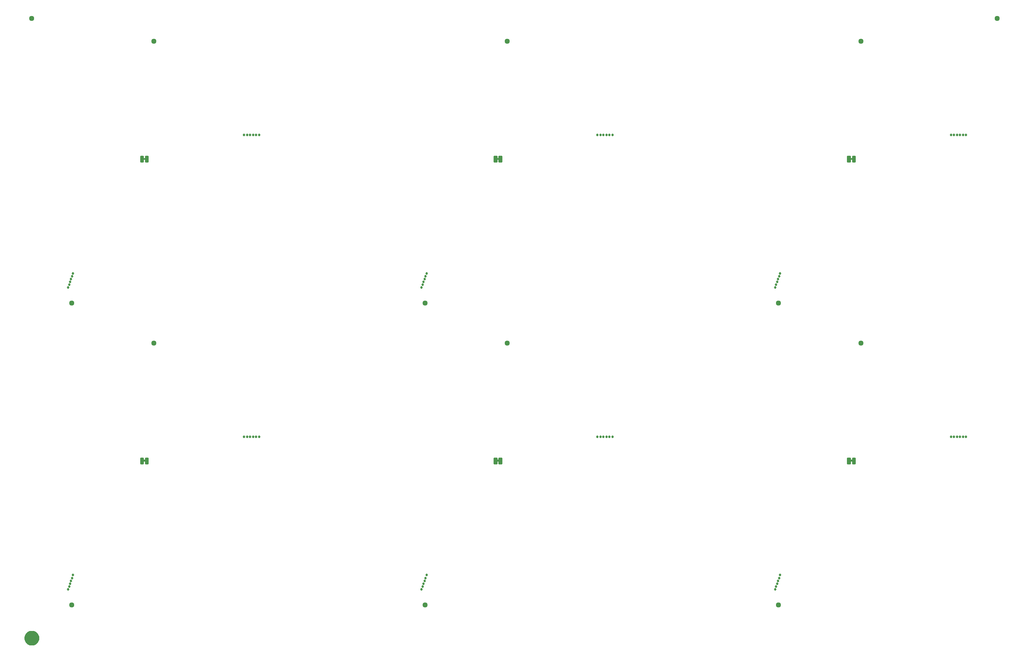
<source format=gbs>
G04 EAGLE Gerber RS-274X export*
G75*
%MOMM*%
%FSLAX34Y34*%
%LPD*%
%INSoldermask Bottom*%
%IPPOS*%
%AMOC8*
5,1,8,0,0,1.08239X$1,22.5*%
G01*
%ADD10C,0.527000*%
%ADD11C,0.228344*%
%ADD12C,1.127000*%
%ADD13C,1.270000*%
%ADD14C,1.627000*%

G36*
X1814044Y991078D02*
X1814044Y991078D01*
X1814110Y991080D01*
X1814154Y991098D01*
X1814200Y991106D01*
X1814257Y991139D01*
X1814318Y991164D01*
X1814353Y991196D01*
X1814393Y991220D01*
X1814435Y991271D01*
X1814483Y991316D01*
X1814505Y991358D01*
X1814535Y991394D01*
X1814556Y991457D01*
X1814586Y991515D01*
X1814594Y991570D01*
X1814607Y991607D01*
X1814605Y991646D01*
X1814614Y991701D01*
X1814614Y994241D01*
X1814602Y994305D01*
X1814600Y994371D01*
X1814582Y994415D01*
X1814574Y994461D01*
X1814540Y994518D01*
X1814516Y994579D01*
X1814484Y994614D01*
X1814460Y994655D01*
X1814409Y994696D01*
X1814364Y994745D01*
X1814322Y994766D01*
X1814286Y994796D01*
X1814223Y994817D01*
X1814165Y994847D01*
X1814110Y994855D01*
X1814073Y994868D01*
X1814034Y994867D01*
X1813979Y994875D01*
X1810169Y994875D01*
X1810104Y994863D01*
X1810039Y994861D01*
X1809995Y994843D01*
X1809948Y994835D01*
X1809892Y994802D01*
X1809831Y994777D01*
X1809796Y994745D01*
X1809755Y994721D01*
X1809714Y994670D01*
X1809665Y994625D01*
X1809644Y994583D01*
X1809614Y994547D01*
X1809593Y994485D01*
X1809563Y994426D01*
X1809555Y994371D01*
X1809542Y994334D01*
X1809542Y994331D01*
X1809543Y994294D01*
X1809535Y994241D01*
X1809535Y991701D01*
X1809547Y991636D01*
X1809549Y991570D01*
X1809566Y991526D01*
X1809575Y991480D01*
X1809608Y991423D01*
X1809633Y991362D01*
X1809665Y991327D01*
X1809689Y991286D01*
X1809740Y991245D01*
X1809784Y991196D01*
X1809826Y991175D01*
X1809863Y991145D01*
X1809925Y991124D01*
X1809984Y991094D01*
X1810038Y991086D01*
X1810076Y991073D01*
X1810115Y991074D01*
X1810169Y991066D01*
X1813979Y991066D01*
X1814044Y991078D01*
G37*
G36*
X1066928Y991078D02*
X1066928Y991078D01*
X1066994Y991080D01*
X1067038Y991098D01*
X1067084Y991106D01*
X1067141Y991139D01*
X1067202Y991164D01*
X1067237Y991196D01*
X1067278Y991220D01*
X1067319Y991271D01*
X1067368Y991316D01*
X1067389Y991358D01*
X1067419Y991394D01*
X1067440Y991457D01*
X1067470Y991515D01*
X1067478Y991570D01*
X1067491Y991607D01*
X1067490Y991646D01*
X1067498Y991701D01*
X1067498Y994241D01*
X1067486Y994305D01*
X1067484Y994371D01*
X1067467Y994415D01*
X1067458Y994461D01*
X1067425Y994518D01*
X1067400Y994579D01*
X1067368Y994614D01*
X1067344Y994655D01*
X1067293Y994696D01*
X1067249Y994745D01*
X1067207Y994766D01*
X1067170Y994796D01*
X1067108Y994817D01*
X1067049Y994847D01*
X1066995Y994855D01*
X1066957Y994868D01*
X1066918Y994867D01*
X1066864Y994875D01*
X1063054Y994875D01*
X1062989Y994863D01*
X1062923Y994861D01*
X1062879Y994843D01*
X1062833Y994835D01*
X1062776Y994802D01*
X1062715Y994777D01*
X1062680Y994745D01*
X1062640Y994721D01*
X1062598Y994670D01*
X1062550Y994625D01*
X1062528Y994583D01*
X1062498Y994547D01*
X1062477Y994485D01*
X1062447Y994426D01*
X1062439Y994371D01*
X1062426Y994334D01*
X1062426Y994331D01*
X1062427Y994294D01*
X1062419Y994241D01*
X1062419Y991701D01*
X1062431Y991636D01*
X1062433Y991570D01*
X1062451Y991526D01*
X1062459Y991480D01*
X1062493Y991423D01*
X1062517Y991362D01*
X1062549Y991327D01*
X1062573Y991286D01*
X1062624Y991245D01*
X1062669Y991196D01*
X1062711Y991175D01*
X1062747Y991145D01*
X1062810Y991124D01*
X1062868Y991094D01*
X1062923Y991086D01*
X1062960Y991073D01*
X1062999Y991074D01*
X1063054Y991066D01*
X1066864Y991066D01*
X1066928Y991078D01*
G37*
G36*
X319838Y991078D02*
X319838Y991078D01*
X319904Y991080D01*
X319948Y991098D01*
X319994Y991106D01*
X320051Y991139D01*
X320112Y991164D01*
X320147Y991196D01*
X320187Y991220D01*
X320229Y991271D01*
X320278Y991316D01*
X320299Y991358D01*
X320329Y991394D01*
X320350Y991457D01*
X320380Y991515D01*
X320388Y991570D01*
X320401Y991607D01*
X320400Y991646D01*
X320408Y991701D01*
X320408Y994241D01*
X320396Y994305D01*
X320394Y994371D01*
X320376Y994415D01*
X320368Y994461D01*
X320335Y994518D01*
X320310Y994579D01*
X320278Y994614D01*
X320254Y994655D01*
X320203Y994696D01*
X320158Y994745D01*
X320116Y994766D01*
X320080Y994796D01*
X320017Y994817D01*
X319959Y994847D01*
X319904Y994855D01*
X319867Y994868D01*
X319828Y994867D01*
X319773Y994875D01*
X315963Y994875D01*
X315899Y994863D01*
X315833Y994861D01*
X315789Y994843D01*
X315743Y994835D01*
X315686Y994802D01*
X315625Y994777D01*
X315590Y994745D01*
X315549Y994721D01*
X315508Y994670D01*
X315459Y994625D01*
X315438Y994583D01*
X315408Y994547D01*
X315387Y994485D01*
X315357Y994426D01*
X315349Y994371D01*
X315336Y994334D01*
X315336Y994331D01*
X315337Y994294D01*
X315329Y994241D01*
X315329Y991701D01*
X315341Y991636D01*
X315343Y991570D01*
X315361Y991526D01*
X315369Y991480D01*
X315402Y991423D01*
X315427Y991362D01*
X315459Y991327D01*
X315483Y991286D01*
X315534Y991245D01*
X315578Y991196D01*
X315621Y991175D01*
X315657Y991145D01*
X315719Y991124D01*
X315778Y991094D01*
X315833Y991086D01*
X315870Y991073D01*
X315909Y991074D01*
X315963Y991066D01*
X319773Y991066D01*
X319838Y991078D01*
G37*
G36*
X1814044Y353081D02*
X1814044Y353081D01*
X1814110Y353083D01*
X1814154Y353100D01*
X1814200Y353109D01*
X1814257Y353142D01*
X1814318Y353167D01*
X1814353Y353199D01*
X1814393Y353223D01*
X1814435Y353274D01*
X1814483Y353318D01*
X1814505Y353360D01*
X1814535Y353397D01*
X1814556Y353459D01*
X1814586Y353518D01*
X1814594Y353572D01*
X1814607Y353610D01*
X1814605Y353649D01*
X1814614Y353703D01*
X1814614Y356243D01*
X1814602Y356308D01*
X1814600Y356374D01*
X1814582Y356418D01*
X1814574Y356464D01*
X1814540Y356521D01*
X1814516Y356582D01*
X1814484Y356617D01*
X1814460Y356657D01*
X1814409Y356699D01*
X1814364Y356747D01*
X1814322Y356769D01*
X1814286Y356799D01*
X1814223Y356820D01*
X1814165Y356850D01*
X1814110Y356858D01*
X1814073Y356871D01*
X1814034Y356869D01*
X1813979Y356878D01*
X1810169Y356878D01*
X1810104Y356866D01*
X1810039Y356864D01*
X1809995Y356846D01*
X1809948Y356838D01*
X1809892Y356804D01*
X1809831Y356780D01*
X1809796Y356748D01*
X1809755Y356724D01*
X1809714Y356673D01*
X1809665Y356628D01*
X1809644Y356586D01*
X1809614Y356550D01*
X1809593Y356487D01*
X1809563Y356429D01*
X1809555Y356374D01*
X1809542Y356337D01*
X1809542Y356334D01*
X1809543Y356297D01*
X1809535Y356243D01*
X1809535Y353703D01*
X1809547Y353638D01*
X1809549Y353573D01*
X1809566Y353529D01*
X1809575Y353482D01*
X1809608Y353426D01*
X1809633Y353365D01*
X1809665Y353330D01*
X1809689Y353289D01*
X1809740Y353248D01*
X1809784Y353199D01*
X1809826Y353178D01*
X1809863Y353148D01*
X1809925Y353127D01*
X1809984Y353097D01*
X1810038Y353089D01*
X1810076Y353076D01*
X1810115Y353077D01*
X1810169Y353069D01*
X1813979Y353069D01*
X1814044Y353081D01*
G37*
G36*
X1066928Y353081D02*
X1066928Y353081D01*
X1066994Y353083D01*
X1067038Y353100D01*
X1067084Y353109D01*
X1067141Y353142D01*
X1067202Y353167D01*
X1067237Y353199D01*
X1067278Y353223D01*
X1067319Y353274D01*
X1067368Y353318D01*
X1067389Y353360D01*
X1067419Y353397D01*
X1067440Y353459D01*
X1067470Y353518D01*
X1067478Y353572D01*
X1067491Y353610D01*
X1067490Y353649D01*
X1067498Y353703D01*
X1067498Y356243D01*
X1067486Y356308D01*
X1067484Y356374D01*
X1067467Y356418D01*
X1067458Y356464D01*
X1067425Y356521D01*
X1067400Y356582D01*
X1067368Y356617D01*
X1067344Y356657D01*
X1067293Y356699D01*
X1067249Y356747D01*
X1067207Y356769D01*
X1067170Y356799D01*
X1067108Y356820D01*
X1067049Y356850D01*
X1066995Y356858D01*
X1066957Y356871D01*
X1066918Y356869D01*
X1066864Y356878D01*
X1063054Y356878D01*
X1062989Y356866D01*
X1062923Y356864D01*
X1062879Y356846D01*
X1062833Y356838D01*
X1062776Y356804D01*
X1062715Y356780D01*
X1062680Y356748D01*
X1062640Y356724D01*
X1062598Y356673D01*
X1062550Y356628D01*
X1062528Y356586D01*
X1062498Y356550D01*
X1062477Y356487D01*
X1062447Y356429D01*
X1062439Y356374D01*
X1062426Y356337D01*
X1062426Y356334D01*
X1062427Y356297D01*
X1062419Y356243D01*
X1062419Y353703D01*
X1062431Y353638D01*
X1062433Y353573D01*
X1062451Y353529D01*
X1062459Y353482D01*
X1062493Y353426D01*
X1062517Y353365D01*
X1062549Y353330D01*
X1062573Y353289D01*
X1062624Y353248D01*
X1062669Y353199D01*
X1062711Y353178D01*
X1062747Y353148D01*
X1062810Y353127D01*
X1062868Y353097D01*
X1062923Y353089D01*
X1062960Y353076D01*
X1062999Y353077D01*
X1063054Y353069D01*
X1066864Y353069D01*
X1066928Y353081D01*
G37*
G36*
X319838Y353081D02*
X319838Y353081D01*
X319904Y353083D01*
X319948Y353100D01*
X319994Y353109D01*
X320051Y353142D01*
X320112Y353167D01*
X320147Y353199D01*
X320187Y353223D01*
X320229Y353274D01*
X320278Y353318D01*
X320299Y353360D01*
X320329Y353397D01*
X320350Y353459D01*
X320380Y353518D01*
X320388Y353572D01*
X320401Y353610D01*
X320400Y353649D01*
X320408Y353703D01*
X320408Y356243D01*
X320396Y356308D01*
X320394Y356374D01*
X320376Y356418D01*
X320368Y356464D01*
X320335Y356521D01*
X320310Y356582D01*
X320278Y356617D01*
X320254Y356657D01*
X320203Y356699D01*
X320158Y356747D01*
X320116Y356769D01*
X320080Y356799D01*
X320017Y356820D01*
X319959Y356850D01*
X319904Y356858D01*
X319867Y356871D01*
X319828Y356869D01*
X319773Y356878D01*
X315963Y356878D01*
X315899Y356866D01*
X315833Y356864D01*
X315789Y356846D01*
X315743Y356838D01*
X315686Y356804D01*
X315625Y356780D01*
X315590Y356748D01*
X315549Y356724D01*
X315508Y356673D01*
X315459Y356628D01*
X315438Y356586D01*
X315408Y356550D01*
X315387Y356487D01*
X315357Y356429D01*
X315349Y356374D01*
X315336Y356337D01*
X315336Y356334D01*
X315337Y356297D01*
X315329Y356243D01*
X315329Y353703D01*
X315341Y353638D01*
X315343Y353573D01*
X315361Y353529D01*
X315369Y353482D01*
X315402Y353426D01*
X315427Y353365D01*
X315459Y353330D01*
X315483Y353289D01*
X315534Y353248D01*
X315578Y353199D01*
X315621Y353178D01*
X315657Y353148D01*
X315719Y353127D01*
X315778Y353097D01*
X315833Y353089D01*
X315870Y353076D01*
X315909Y353077D01*
X315963Y353069D01*
X319773Y353069D01*
X319838Y353081D01*
G37*
D10*
X528688Y405773D03*
X535038Y405773D03*
X541388Y405773D03*
X547738Y405773D03*
X554088Y405773D03*
X560438Y405773D03*
X157076Y82910D03*
X159143Y88914D03*
X161210Y94918D03*
X163278Y100922D03*
X165345Y106926D03*
X167412Y112930D03*
X1275779Y405773D03*
X1282129Y405773D03*
X1288479Y405773D03*
X1294829Y405773D03*
X1301179Y405773D03*
X1307529Y405773D03*
X904166Y82910D03*
X906233Y88914D03*
X908301Y94918D03*
X910368Y100922D03*
X912435Y106926D03*
X914503Y112930D03*
X2022894Y405773D03*
X2029244Y405773D03*
X2035594Y405773D03*
X2041944Y405773D03*
X2048294Y405773D03*
X2054644Y405773D03*
X1651281Y82910D03*
X1653349Y88914D03*
X1655416Y94918D03*
X1657483Y100922D03*
X1659551Y106926D03*
X1661618Y112930D03*
X528688Y1043771D03*
X535038Y1043770D03*
X541388Y1043771D03*
X547738Y1043771D03*
X554088Y1043771D03*
X560438Y1043770D03*
X157076Y720907D03*
X159143Y726911D03*
X161210Y732915D03*
X163278Y738919D03*
X165345Y744923D03*
X167412Y750927D03*
X1275779Y1043771D03*
X1282129Y1043770D03*
X1288479Y1043771D03*
X1294829Y1043771D03*
X1301179Y1043771D03*
X1307529Y1043770D03*
X904166Y720907D03*
X906233Y726911D03*
X908301Y732915D03*
X910368Y738919D03*
X912435Y744923D03*
X914503Y750927D03*
X2022894Y1043771D03*
X2029244Y1043770D03*
X2035594Y1043771D03*
X2041944Y1043771D03*
X2048294Y1043771D03*
X2054644Y1043770D03*
X1651281Y720907D03*
X1653349Y726911D03*
X1655416Y732915D03*
X1657483Y738919D03*
X1659551Y744923D03*
X1661618Y750927D03*
D11*
X325871Y360817D02*
X320279Y360817D01*
X325871Y360817D02*
X325871Y349129D01*
X320279Y349129D01*
X320279Y360817D01*
X320279Y351298D02*
X325871Y351298D01*
X325871Y353467D02*
X320279Y353467D01*
X320279Y355636D02*
X325871Y355636D01*
X325871Y357805D02*
X320279Y357805D01*
X320279Y359974D02*
X325871Y359974D01*
X315457Y360817D02*
X309865Y360817D01*
X315457Y360817D02*
X315457Y349129D01*
X309865Y349129D01*
X309865Y360817D01*
X309865Y351298D02*
X315457Y351298D01*
X315457Y353467D02*
X309865Y353467D01*
X309865Y355636D02*
X315457Y355636D01*
X315457Y357805D02*
X309865Y357805D01*
X309865Y359974D02*
X315457Y359974D01*
D12*
X164198Y50173D03*
X338188Y603893D03*
D11*
X1067370Y360817D02*
X1072962Y360817D01*
X1072962Y349129D01*
X1067370Y349129D01*
X1067370Y360817D01*
X1067370Y351298D02*
X1072962Y351298D01*
X1072962Y353467D02*
X1067370Y353467D01*
X1067370Y355636D02*
X1072962Y355636D01*
X1072962Y357805D02*
X1067370Y357805D01*
X1067370Y359974D02*
X1072962Y359974D01*
X1062548Y360817D02*
X1056956Y360817D01*
X1062548Y360817D02*
X1062548Y349129D01*
X1056956Y349129D01*
X1056956Y360817D01*
X1056956Y351298D02*
X1062548Y351298D01*
X1062548Y353467D02*
X1056956Y353467D01*
X1056956Y355636D02*
X1062548Y355636D01*
X1062548Y357805D02*
X1056956Y357805D01*
X1056956Y359974D02*
X1062548Y359974D01*
D12*
X911289Y50173D03*
X1085279Y603893D03*
D11*
X1814485Y360817D02*
X1820077Y360817D01*
X1820077Y349129D01*
X1814485Y349129D01*
X1814485Y360817D01*
X1814485Y351298D02*
X1820077Y351298D01*
X1820077Y353467D02*
X1814485Y353467D01*
X1814485Y355636D02*
X1820077Y355636D01*
X1820077Y357805D02*
X1814485Y357805D01*
X1814485Y359974D02*
X1820077Y359974D01*
X1809663Y360817D02*
X1804071Y360817D01*
X1809663Y360817D02*
X1809663Y349129D01*
X1804071Y349129D01*
X1804071Y360817D01*
X1804071Y351298D02*
X1809663Y351298D01*
X1809663Y353467D02*
X1804071Y353467D01*
X1804071Y355636D02*
X1809663Y355636D01*
X1809663Y357805D02*
X1804071Y357805D01*
X1804071Y359974D02*
X1809663Y359974D01*
D12*
X1658404Y50173D03*
X1832394Y603893D03*
D11*
X325871Y998815D02*
X320279Y998815D01*
X325871Y998815D02*
X325871Y987127D01*
X320279Y987127D01*
X320279Y998815D01*
X320279Y989296D02*
X325871Y989296D01*
X325871Y991465D02*
X320279Y991465D01*
X320279Y993634D02*
X325871Y993634D01*
X325871Y995803D02*
X320279Y995803D01*
X320279Y997972D02*
X325871Y997972D01*
X315457Y998815D02*
X309865Y998815D01*
X315457Y998815D02*
X315457Y987127D01*
X309865Y987127D01*
X309865Y998815D01*
X309865Y989296D02*
X315457Y989296D01*
X315457Y991465D02*
X309865Y991465D01*
X309865Y993634D02*
X315457Y993634D01*
X315457Y995803D02*
X309865Y995803D01*
X309865Y997972D02*
X315457Y997972D01*
D12*
X164198Y688171D03*
X338188Y1241891D03*
D11*
X1067370Y998815D02*
X1072962Y998815D01*
X1072962Y987127D01*
X1067370Y987127D01*
X1067370Y998815D01*
X1067370Y989296D02*
X1072962Y989296D01*
X1072962Y991465D02*
X1067370Y991465D01*
X1067370Y993634D02*
X1072962Y993634D01*
X1072962Y995803D02*
X1067370Y995803D01*
X1067370Y997972D02*
X1072962Y997972D01*
X1062548Y998815D02*
X1056956Y998815D01*
X1062548Y998815D02*
X1062548Y987127D01*
X1056956Y987127D01*
X1056956Y998815D01*
X1056956Y989296D02*
X1062548Y989296D01*
X1062548Y991465D02*
X1056956Y991465D01*
X1056956Y993634D02*
X1062548Y993634D01*
X1062548Y995803D02*
X1056956Y995803D01*
X1056956Y997972D02*
X1062548Y997972D01*
D12*
X911289Y688171D03*
X1085279Y1241891D03*
D11*
X1814485Y998815D02*
X1820077Y998815D01*
X1820077Y987127D01*
X1814485Y987127D01*
X1814485Y998815D01*
X1814485Y989296D02*
X1820077Y989296D01*
X1820077Y991465D02*
X1814485Y991465D01*
X1814485Y993634D02*
X1820077Y993634D01*
X1820077Y995803D02*
X1814485Y995803D01*
X1814485Y997972D02*
X1820077Y997972D01*
X1809663Y998815D02*
X1804071Y998815D01*
X1809663Y998815D02*
X1809663Y987127D01*
X1804071Y987127D01*
X1804071Y998815D01*
X1804071Y989296D02*
X1809663Y989296D01*
X1809663Y991465D02*
X1804071Y991465D01*
X1804071Y993634D02*
X1809663Y993634D01*
X1809663Y995803D02*
X1804071Y995803D01*
X1804071Y997972D02*
X1809663Y997972D01*
D12*
X1658404Y688171D03*
X1832394Y1241891D03*
X80000Y1290000D03*
X2120000Y1290000D03*
D13*
X70945Y-20000D02*
X70948Y-19778D01*
X70956Y-19556D01*
X70970Y-19334D01*
X70989Y-19112D01*
X71013Y-18892D01*
X71043Y-18671D01*
X71078Y-18452D01*
X71119Y-18233D01*
X71165Y-18016D01*
X71216Y-17800D01*
X71273Y-17585D01*
X71335Y-17371D01*
X71402Y-17160D01*
X71474Y-16949D01*
X71552Y-16741D01*
X71634Y-16535D01*
X71722Y-16331D01*
X71814Y-16128D01*
X71912Y-15929D01*
X72014Y-15732D01*
X72121Y-15537D01*
X72233Y-15345D01*
X72350Y-15156D01*
X72471Y-14969D01*
X72597Y-14786D01*
X72727Y-14606D01*
X72862Y-14429D01*
X73000Y-14256D01*
X73143Y-14086D01*
X73291Y-13919D01*
X73442Y-13756D01*
X73597Y-13597D01*
X73756Y-13442D01*
X73919Y-13291D01*
X74086Y-13143D01*
X74256Y-13000D01*
X74429Y-12862D01*
X74606Y-12727D01*
X74786Y-12597D01*
X74969Y-12471D01*
X75156Y-12350D01*
X75345Y-12233D01*
X75537Y-12121D01*
X75732Y-12014D01*
X75929Y-11912D01*
X76128Y-11814D01*
X76331Y-11722D01*
X76535Y-11634D01*
X76741Y-11552D01*
X76949Y-11474D01*
X77160Y-11402D01*
X77371Y-11335D01*
X77585Y-11273D01*
X77800Y-11216D01*
X78016Y-11165D01*
X78233Y-11119D01*
X78452Y-11078D01*
X78671Y-11043D01*
X78892Y-11013D01*
X79112Y-10989D01*
X79334Y-10970D01*
X79556Y-10956D01*
X79778Y-10948D01*
X80000Y-10945D01*
X80222Y-10948D01*
X80444Y-10956D01*
X80666Y-10970D01*
X80888Y-10989D01*
X81108Y-11013D01*
X81329Y-11043D01*
X81548Y-11078D01*
X81767Y-11119D01*
X81984Y-11165D01*
X82200Y-11216D01*
X82415Y-11273D01*
X82629Y-11335D01*
X82840Y-11402D01*
X83051Y-11474D01*
X83259Y-11552D01*
X83465Y-11634D01*
X83669Y-11722D01*
X83872Y-11814D01*
X84071Y-11912D01*
X84268Y-12014D01*
X84463Y-12121D01*
X84655Y-12233D01*
X84844Y-12350D01*
X85031Y-12471D01*
X85214Y-12597D01*
X85394Y-12727D01*
X85571Y-12862D01*
X85744Y-13000D01*
X85914Y-13143D01*
X86081Y-13291D01*
X86244Y-13442D01*
X86403Y-13597D01*
X86558Y-13756D01*
X86709Y-13919D01*
X86857Y-14086D01*
X87000Y-14256D01*
X87138Y-14429D01*
X87273Y-14606D01*
X87403Y-14786D01*
X87529Y-14969D01*
X87650Y-15156D01*
X87767Y-15345D01*
X87879Y-15537D01*
X87986Y-15732D01*
X88088Y-15929D01*
X88186Y-16128D01*
X88278Y-16331D01*
X88366Y-16535D01*
X88448Y-16741D01*
X88526Y-16949D01*
X88598Y-17160D01*
X88665Y-17371D01*
X88727Y-17585D01*
X88784Y-17800D01*
X88835Y-18016D01*
X88881Y-18233D01*
X88922Y-18452D01*
X88957Y-18671D01*
X88987Y-18892D01*
X89011Y-19112D01*
X89030Y-19334D01*
X89044Y-19556D01*
X89052Y-19778D01*
X89055Y-20000D01*
X89052Y-20222D01*
X89044Y-20444D01*
X89030Y-20666D01*
X89011Y-20888D01*
X88987Y-21108D01*
X88957Y-21329D01*
X88922Y-21548D01*
X88881Y-21767D01*
X88835Y-21984D01*
X88784Y-22200D01*
X88727Y-22415D01*
X88665Y-22629D01*
X88598Y-22840D01*
X88526Y-23051D01*
X88448Y-23259D01*
X88366Y-23465D01*
X88278Y-23669D01*
X88186Y-23872D01*
X88088Y-24071D01*
X87986Y-24268D01*
X87879Y-24463D01*
X87767Y-24655D01*
X87650Y-24844D01*
X87529Y-25031D01*
X87403Y-25214D01*
X87273Y-25394D01*
X87138Y-25571D01*
X87000Y-25744D01*
X86857Y-25914D01*
X86709Y-26081D01*
X86558Y-26244D01*
X86403Y-26403D01*
X86244Y-26558D01*
X86081Y-26709D01*
X85914Y-26857D01*
X85744Y-27000D01*
X85571Y-27138D01*
X85394Y-27273D01*
X85214Y-27403D01*
X85031Y-27529D01*
X84844Y-27650D01*
X84655Y-27767D01*
X84463Y-27879D01*
X84268Y-27986D01*
X84071Y-28088D01*
X83872Y-28186D01*
X83669Y-28278D01*
X83465Y-28366D01*
X83259Y-28448D01*
X83051Y-28526D01*
X82840Y-28598D01*
X82629Y-28665D01*
X82415Y-28727D01*
X82200Y-28784D01*
X81984Y-28835D01*
X81767Y-28881D01*
X81548Y-28922D01*
X81329Y-28957D01*
X81108Y-28987D01*
X80888Y-29011D01*
X80666Y-29030D01*
X80444Y-29044D01*
X80222Y-29052D01*
X80000Y-29055D01*
X79778Y-29052D01*
X79556Y-29044D01*
X79334Y-29030D01*
X79112Y-29011D01*
X78892Y-28987D01*
X78671Y-28957D01*
X78452Y-28922D01*
X78233Y-28881D01*
X78016Y-28835D01*
X77800Y-28784D01*
X77585Y-28727D01*
X77371Y-28665D01*
X77160Y-28598D01*
X76949Y-28526D01*
X76741Y-28448D01*
X76535Y-28366D01*
X76331Y-28278D01*
X76128Y-28186D01*
X75929Y-28088D01*
X75732Y-27986D01*
X75537Y-27879D01*
X75345Y-27767D01*
X75156Y-27650D01*
X74969Y-27529D01*
X74786Y-27403D01*
X74606Y-27273D01*
X74429Y-27138D01*
X74256Y-27000D01*
X74086Y-26857D01*
X73919Y-26709D01*
X73756Y-26558D01*
X73597Y-26403D01*
X73442Y-26244D01*
X73291Y-26081D01*
X73143Y-25914D01*
X73000Y-25744D01*
X72862Y-25571D01*
X72727Y-25394D01*
X72597Y-25214D01*
X72471Y-25031D01*
X72350Y-24844D01*
X72233Y-24655D01*
X72121Y-24463D01*
X72014Y-24268D01*
X71912Y-24071D01*
X71814Y-23872D01*
X71722Y-23669D01*
X71634Y-23465D01*
X71552Y-23259D01*
X71474Y-23051D01*
X71402Y-22840D01*
X71335Y-22629D01*
X71273Y-22415D01*
X71216Y-22200D01*
X71165Y-21984D01*
X71119Y-21767D01*
X71078Y-21548D01*
X71043Y-21329D01*
X71013Y-21108D01*
X70989Y-20888D01*
X70970Y-20666D01*
X70956Y-20444D01*
X70948Y-20222D01*
X70945Y-20000D01*
D14*
X80000Y-20000D03*
M02*

</source>
